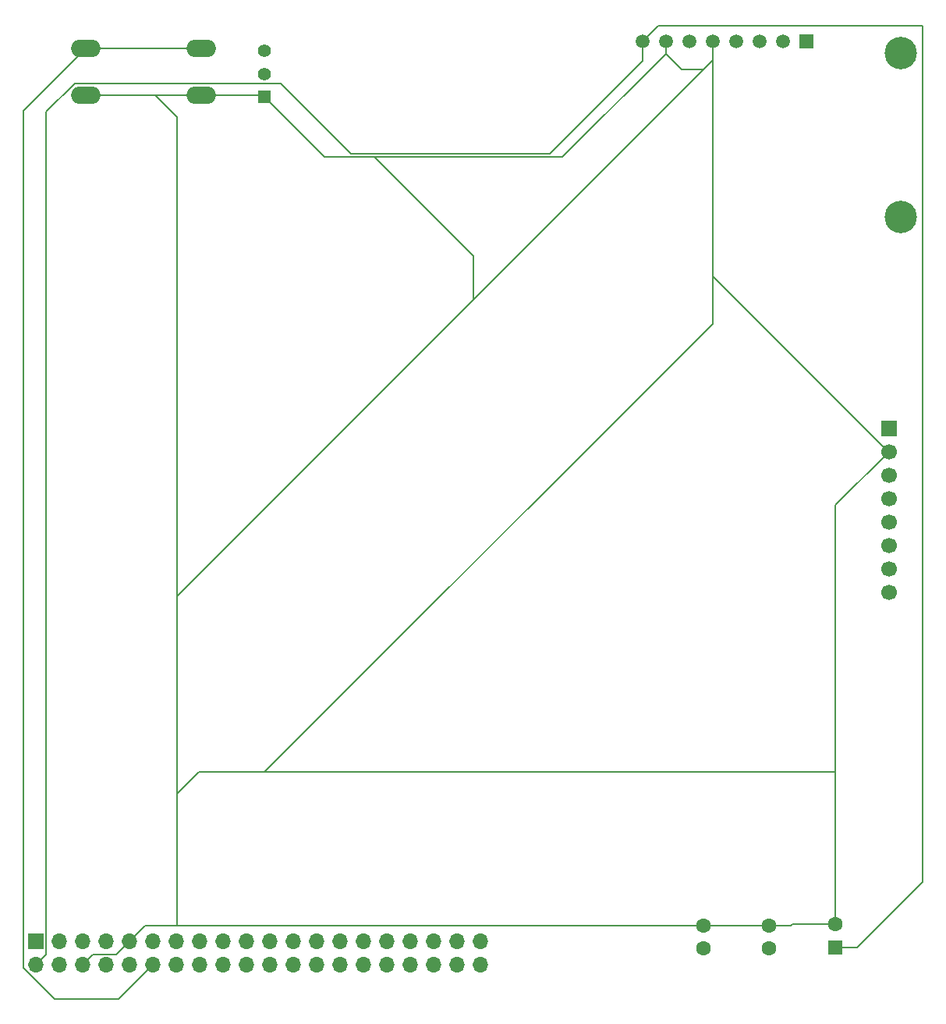
<source format=gbr>
%TF.GenerationSoftware,KiCad,Pcbnew,9.0.2*%
%TF.CreationDate,2025-07-02T14:38:07-04:00*%
%TF.ProjectId,PaperCam_Kicad,50617065-7243-4616-9d5f-4b696361642e,rev?*%
%TF.SameCoordinates,Original*%
%TF.FileFunction,Copper,L2,Bot*%
%TF.FilePolarity,Positive*%
%FSLAX46Y46*%
G04 Gerber Fmt 4.6, Leading zero omitted, Abs format (unit mm)*
G04 Created by KiCad (PCBNEW 9.0.2) date 2025-07-02 14:38:07*
%MOMM*%
%LPD*%
G01*
G04 APERTURE LIST*
G04 Aperture macros list*
%AMRoundRect*
0 Rectangle with rounded corners*
0 $1 Rounding radius*
0 $2 $3 $4 $5 $6 $7 $8 $9 X,Y pos of 4 corners*
0 Add a 4 corners polygon primitive as box body*
4,1,4,$2,$3,$4,$5,$6,$7,$8,$9,$2,$3,0*
0 Add four circle primitives for the rounded corners*
1,1,$1+$1,$2,$3*
1,1,$1+$1,$4,$5*
1,1,$1+$1,$6,$7*
1,1,$1+$1,$8,$9*
0 Add four rect primitives between the rounded corners*
20,1,$1+$1,$2,$3,$4,$5,0*
20,1,$1+$1,$4,$5,$6,$7,0*
20,1,$1+$1,$6,$7,$8,$9,0*
20,1,$1+$1,$8,$9,$2,$3,0*%
G04 Aperture macros list end*
%TA.AperFunction,ComponentPad*%
%ADD10C,1.600000*%
%TD*%
%TA.AperFunction,ComponentPad*%
%ADD11RoundRect,0.250000X0.550000X-0.550000X0.550000X0.550000X-0.550000X0.550000X-0.550000X-0.550000X0*%
%TD*%
%TA.AperFunction,ComponentPad*%
%ADD12R,1.700000X1.700000*%
%TD*%
%TA.AperFunction,ComponentPad*%
%ADD13O,1.700000X1.700000*%
%TD*%
%TA.AperFunction,ComponentPad*%
%ADD14R,1.508000X1.508000*%
%TD*%
%TA.AperFunction,ComponentPad*%
%ADD15C,1.508000*%
%TD*%
%TA.AperFunction,ComponentPad*%
%ADD16C,3.516000*%
%TD*%
%TA.AperFunction,ComponentPad*%
%ADD17R,1.408000X1.408000*%
%TD*%
%TA.AperFunction,ComponentPad*%
%ADD18C,1.408000*%
%TD*%
%TA.AperFunction,ComponentPad*%
%ADD19C,1.700000*%
%TD*%
%TA.AperFunction,ComponentPad*%
%ADD20O,3.200000X1.900000*%
%TD*%
%TA.AperFunction,Conductor*%
%ADD21C,0.200000*%
%TD*%
G04 APERTURE END LIST*
D10*
%TO.P,C1,1*%
%TO.N,+3V3*%
X83343750Y-102512500D03*
%TO.P,C1,2*%
%TO.N,GND*%
X83343750Y-100012500D03*
%TD*%
D11*
%TO.P,C3,1*%
%TO.N,+5V*%
X97631250Y-102393750D03*
D10*
%TO.P,C3,2*%
%TO.N,GND*%
X97631250Y-99893750D03*
%TD*%
%TO.P,C2,1*%
%TO.N,+3V3*%
X90487500Y-102512500D03*
%TO.P,C2,2*%
%TO.N,GND*%
X90487500Y-100012500D03*
%TD*%
D12*
%TO.P,RaspberryPiGPIO1,1,1*%
%TO.N,+3V3*%
X10863750Y-101742500D03*
D13*
%TO.P,RaspberryPiGPIO1,2,2*%
%TO.N,+5V*%
X10863750Y-104282500D03*
%TO.P,RaspberryPiGPIO1,3,3*%
%TO.N,unconnected-(RaspberryPiGPIO1-Pad3)*%
X13403750Y-101742500D03*
%TO.P,RaspberryPiGPIO1,4,4*%
%TO.N,unconnected-(RaspberryPiGPIO1-Pad4)*%
X13403750Y-104282500D03*
%TO.P,RaspberryPiGPIO1,5,5*%
%TO.N,unconnected-(RaspberryPiGPIO1-Pad5)*%
X15943750Y-101742500D03*
%TO.P,RaspberryPiGPIO1,6,6*%
%TO.N,GND*%
X15943750Y-104282500D03*
%TO.P,RaspberryPiGPIO1,7,7*%
%TO.N,unconnected-(RaspberryPiGPIO1-Pad7)*%
X18483750Y-101742500D03*
%TO.P,RaspberryPiGPIO1,8,8*%
%TO.N,unconnected-(RaspberryPiGPIO1-Pad8)*%
X18483750Y-104282500D03*
%TO.P,RaspberryPiGPIO1,9,9*%
%TO.N,GND*%
X21023750Y-101742500D03*
%TO.P,RaspberryPiGPIO1,10,10*%
%TO.N,unconnected-(RaspberryPiGPIO1-Pad10)*%
X21023750Y-104282500D03*
%TO.P,RaspberryPiGPIO1,11,11*%
%TO.N,/RST*%
X23563750Y-101742500D03*
%TO.P,RaspberryPiGPIO1,12,12*%
%TO.N,Net-(CameraButton1-Pad1)*%
X23563750Y-104282500D03*
%TO.P,RaspberryPiGPIO1,13,13*%
%TO.N,unconnected-(RaspberryPiGPIO1-Pad13)*%
X26103750Y-101742500D03*
%TO.P,RaspberryPiGPIO1,14,14*%
%TO.N,unconnected-(RaspberryPiGPIO1-Pad14)*%
X26103750Y-104282500D03*
%TO.P,RaspberryPiGPIO1,15,15*%
%TO.N,Net-(U1-LBO)*%
X28643750Y-101742500D03*
%TO.P,RaspberryPiGPIO1,16,16*%
%TO.N,unconnected-(RaspberryPiGPIO1-Pad16)*%
X28643750Y-104282500D03*
%TO.P,RaspberryPiGPIO1,17,17*%
%TO.N,unconnected-(RaspberryPiGPIO1-Pad17)*%
X31183750Y-101742500D03*
%TO.P,RaspberryPiGPIO1,18,18*%
%TO.N,/BUSY*%
X31183750Y-104282500D03*
%TO.P,RaspberryPiGPIO1,19,19*%
%TO.N,/DIN*%
X33723750Y-101742500D03*
%TO.P,RaspberryPiGPIO1,20,20*%
%TO.N,unconnected-(RaspberryPiGPIO1-Pad20)*%
X33723750Y-104282500D03*
%TO.P,RaspberryPiGPIO1,21,21*%
%TO.N,unconnected-(RaspberryPiGPIO1-Pad21)*%
X36263750Y-101742500D03*
%TO.P,RaspberryPiGPIO1,22,22*%
%TO.N,/DC*%
X36263750Y-104282500D03*
%TO.P,RaspberryPiGPIO1,23,23*%
%TO.N,/CLK*%
X38803750Y-101742500D03*
%TO.P,RaspberryPiGPIO1,24,24*%
%TO.N,/CS*%
X38803750Y-104282500D03*
%TO.P,RaspberryPiGPIO1,25,25*%
%TO.N,unconnected-(RaspberryPiGPIO1-Pad25)*%
X41343750Y-101742500D03*
%TO.P,RaspberryPiGPIO1,26,26*%
%TO.N,unconnected-(RaspberryPiGPIO1-Pad26)*%
X41343750Y-104282500D03*
%TO.P,RaspberryPiGPIO1,27,27*%
%TO.N,unconnected-(RaspberryPiGPIO1-Pad27)*%
X43883750Y-101742500D03*
%TO.P,RaspberryPiGPIO1,28,28*%
%TO.N,unconnected-(RaspberryPiGPIO1-Pad28)*%
X43883750Y-104282500D03*
%TO.P,RaspberryPiGPIO1,29,29*%
%TO.N,unconnected-(RaspberryPiGPIO1-Pad29)*%
X46423750Y-101742500D03*
%TO.P,RaspberryPiGPIO1,30,30*%
%TO.N,unconnected-(RaspberryPiGPIO1-Pad30)*%
X46423750Y-104282500D03*
%TO.P,RaspberryPiGPIO1,31,31*%
%TO.N,unconnected-(RaspberryPiGPIO1-Pad31)*%
X48963750Y-101742500D03*
%TO.P,RaspberryPiGPIO1,32,32*%
%TO.N,unconnected-(RaspberryPiGPIO1-Pad32)*%
X48963750Y-104282500D03*
%TO.P,RaspberryPiGPIO1,33,33*%
%TO.N,unconnected-(RaspberryPiGPIO1-Pad33)*%
X51503750Y-101742500D03*
%TO.P,RaspberryPiGPIO1,34,34*%
%TO.N,unconnected-(RaspberryPiGPIO1-Pad34)*%
X51503750Y-104282500D03*
%TO.P,RaspberryPiGPIO1,35,35*%
%TO.N,unconnected-(RaspberryPiGPIO1-Pad35)*%
X54043750Y-101742500D03*
%TO.P,RaspberryPiGPIO1,36,36*%
%TO.N,unconnected-(RaspberryPiGPIO1-Pad36)*%
X54043750Y-104282500D03*
%TO.P,RaspberryPiGPIO1,37,37*%
%TO.N,unconnected-(RaspberryPiGPIO1-Pad37)*%
X56583750Y-101742500D03*
%TO.P,RaspberryPiGPIO1,38,38*%
%TO.N,unconnected-(RaspberryPiGPIO1-Pad38)*%
X56583750Y-104282500D03*
%TO.P,RaspberryPiGPIO1,39,39*%
%TO.N,unconnected-(RaspberryPiGPIO1-Pad39)*%
X59123750Y-101742500D03*
%TO.P,RaspberryPiGPIO1,40,40*%
%TO.N,unconnected-(RaspberryPiGPIO1-Pad40)*%
X59123750Y-104282500D03*
%TD*%
D14*
%TO.P,U1,1,VBUS*%
%TO.N,unconnected-(U1-VBUS-Pad1)*%
X94488000Y-4127500D03*
D15*
%TO.P,U1,2,VLIPO*%
%TO.N,unconnected-(U1-VLIPO-Pad2)*%
X91948000Y-4127500D03*
%TO.P,U1,3,VBAT*%
%TO.N,unconnected-(U1-VBAT-Pad3)*%
X89408000Y-4127500D03*
%TO.P,U1,4,EN*%
%TO.N,Net-(PowerSwitch1-B)*%
X86868000Y-4127500D03*
%TO.P,U1,5,GND*%
%TO.N,GND*%
X84328000Y-4127500D03*
%TO.P,U1,6,LBO*%
%TO.N,Net-(U1-LBO)*%
X81788000Y-4127500D03*
%TO.P,U1,7,GND*%
%TO.N,GND*%
X79248000Y-4127500D03*
%TO.P,U1,8,5V*%
%TO.N,+5V*%
X76708000Y-4127500D03*
D16*
%TO.P,U1,P1*%
%TO.N,N/C*%
X104775000Y-5397500D03*
%TO.P,U1,P2*%
X104775000Y-23177500D03*
%TD*%
D17*
%TO.P,PowerSwitch1,1,A*%
%TO.N,GND*%
X35694745Y-10142305D03*
D18*
%TO.P,PowerSwitch1,2,B*%
%TO.N,Net-(PowerSwitch1-B)*%
X35694745Y-7642305D03*
%TO.P,PowerSwitch1,3,C*%
%TO.N,unconnected-(PowerSwitch1-C-Pad3)*%
X35694745Y-5142305D03*
%TD*%
D12*
%TO.P,Display1,1,Pin_1*%
%TO.N,+5V*%
X103460219Y-46071437D03*
D19*
%TO.P,Display1,2,Pin_2*%
%TO.N,GND*%
X103460219Y-48611437D03*
%TO.P,Display1,3,Pin_3*%
%TO.N,/DIN*%
X103460219Y-51151437D03*
%TO.P,Display1,4,Pin_4*%
%TO.N,/CLK*%
X103460219Y-53691437D03*
%TO.P,Display1,5,Pin_5*%
%TO.N,/CS*%
X103460219Y-56231437D03*
%TO.P,Display1,6,Pin_6*%
%TO.N,/DC*%
X103460219Y-58771437D03*
%TO.P,Display1,7,Pin_7*%
%TO.N,/RST*%
X103460219Y-61311437D03*
%TO.P,Display1,8,Pin_8*%
%TO.N,/BUSY*%
X103460219Y-63851437D03*
%TD*%
D20*
%TO.P,CameraButton1,1,1*%
%TO.N,Net-(CameraButton1-Pad1)*%
X28791828Y-4908870D03*
X16291828Y-4908870D03*
%TO.P,CameraButton1,2,2*%
%TO.N,GND*%
X28791828Y-9908870D03*
X16291828Y-9908870D03*
%TD*%
D21*
%TO.N,GND*%
X84328000Y-29559250D02*
X84328000Y-4127500D01*
X42221190Y-16668750D02*
X35694745Y-10142305D01*
X84328000Y-4127500D02*
X84328000Y-6159500D01*
X97631250Y-83343750D02*
X97631250Y-54440406D01*
X92987500Y-99893750D02*
X97631250Y-99893750D01*
X97631250Y-99893750D02*
X97631250Y-83343750D01*
X92868750Y-100012500D02*
X92987500Y-99893750D01*
X97631250Y-54440406D02*
X103460219Y-48611437D01*
X90487500Y-100012500D02*
X92868750Y-100012500D01*
X26193750Y-64293750D02*
X26193750Y-12290120D01*
X83343750Y-7143750D02*
X80962500Y-7143750D01*
X22753750Y-100012500D02*
X26193750Y-100012500D01*
X68008500Y-16668750D02*
X47625000Y-16668750D01*
X97631250Y-83343750D02*
X35718750Y-83343750D01*
X15943750Y-104282500D02*
X17094750Y-103131500D01*
X84328000Y-34734500D02*
X84328000Y-29559250D01*
X80962500Y-7143750D02*
X79248000Y-5429250D01*
X83343750Y-100012500D02*
X90487500Y-100012500D01*
X26193750Y-85725000D02*
X26193750Y-64293750D01*
X79248000Y-5429250D02*
X79248000Y-4127500D01*
X35718750Y-83343750D02*
X84328000Y-34734500D01*
X84328000Y-6159500D02*
X83343750Y-7143750D01*
X23812500Y-9908870D02*
X28791828Y-9908870D01*
X17094750Y-103131500D02*
X19634750Y-103131500D01*
X28575000Y-83343750D02*
X26193750Y-85725000D01*
X58340625Y-27384375D02*
X58340625Y-32146875D01*
X26193750Y-100012500D02*
X26193750Y-85725000D01*
X19634750Y-103131500D02*
X21023750Y-101742500D01*
X35461310Y-9908870D02*
X35694745Y-10142305D01*
X26193750Y-12290120D02*
X23812500Y-9908870D01*
X79248000Y-5429250D02*
X68008500Y-16668750D01*
X83343750Y-7143750D02*
X58340625Y-32146875D01*
X58340625Y-32146875D02*
X26193750Y-64293750D01*
X103460219Y-48611437D02*
X103380187Y-48611437D01*
X21023750Y-101742500D02*
X22753750Y-100012500D01*
X26193750Y-100012500D02*
X83343750Y-100012500D01*
X103380187Y-48611437D02*
X84328000Y-29559250D01*
X47625000Y-16668750D02*
X58340625Y-27384375D01*
X16291828Y-9908870D02*
X23812500Y-9908870D01*
X35718750Y-83343750D02*
X28575000Y-83343750D01*
X47625000Y-16668750D02*
X42221190Y-16668750D01*
X28791828Y-9908870D02*
X35461310Y-9908870D01*
%TO.N,+5V*%
X76708000Y-4127500D02*
X78454250Y-2381250D01*
X78454250Y-2381250D02*
X107156250Y-2381250D01*
X66675000Y-16267750D02*
X76708000Y-6234750D01*
X12014750Y-103131500D02*
X12014750Y-11766767D01*
X15123647Y-8657870D02*
X37432928Y-8657870D01*
X76708000Y-6234750D02*
X76708000Y-4127500D01*
X10863750Y-104282500D02*
X12014750Y-103131500D01*
X45042808Y-16267750D02*
X66675000Y-16267750D01*
X107156250Y-95250000D02*
X100012500Y-102393750D01*
X37432928Y-8657870D02*
X45042808Y-16267750D01*
X12014750Y-11766767D02*
X15123647Y-8657870D01*
X100012500Y-102393750D02*
X97631250Y-102393750D01*
X107156250Y-2381250D02*
X107156250Y-95250000D01*
%TO.N,Net-(CameraButton1-Pad1)*%
X16291828Y-4908870D02*
X9525000Y-11675698D01*
X19889784Y-107956466D02*
X23563750Y-104282500D01*
X12909958Y-107956466D02*
X19889784Y-107956466D01*
X16291828Y-4908870D02*
X28791828Y-4908870D01*
X9525000Y-104571508D02*
X12909958Y-107956466D01*
X9525000Y-11675698D02*
X9525000Y-104571508D01*
%TD*%
M02*

</source>
